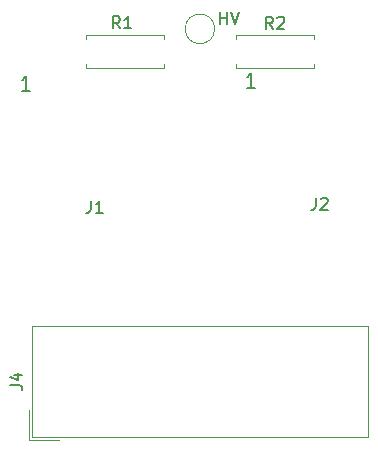
<source format=gbr>
G04 #@! TF.GenerationSoftware,KiCad,Pcbnew,5.0.2-bee76a0~70~ubuntu18.04.1*
G04 #@! TF.CreationDate,2019-11-04T11:53:34-05:00*
G04 #@! TF.ProjectId,socket,736f636b-6574-42e6-9b69-6361645f7063,rev?*
G04 #@! TF.SameCoordinates,Original*
G04 #@! TF.FileFunction,Legend,Top*
G04 #@! TF.FilePolarity,Positive*
%FSLAX46Y46*%
G04 Gerber Fmt 4.6, Leading zero omitted, Abs format (unit mm)*
G04 Created by KiCad (PCBNEW 5.0.2-bee76a0~70~ubuntu18.04.1) date Mon 04 Nov 2019 11:53:34 AM EST*
%MOMM*%
%LPD*%
G01*
G04 APERTURE LIST*
%ADD10C,0.120000*%
%ADD11C,0.150000*%
%ADD12C,0.203200*%
G04 APERTURE END LIST*
D10*
G04 #@! TO.C,R1*
X36100000Y-93880000D02*
X36100000Y-94210000D01*
X42640000Y-93880000D02*
X36100000Y-93880000D01*
X42640000Y-94210000D02*
X42640000Y-93880000D01*
X36100000Y-96620000D02*
X36100000Y-96290000D01*
X42640000Y-96620000D02*
X36100000Y-96620000D01*
X42640000Y-96290000D02*
X42640000Y-96620000D01*
G04 #@! TO.C,R2*
X55340000Y-96620000D02*
X55340000Y-96290000D01*
X48800000Y-96620000D02*
X55340000Y-96620000D01*
X48800000Y-96290000D02*
X48800000Y-96620000D01*
X55340000Y-93880000D02*
X55340000Y-94210000D01*
X48800000Y-93880000D02*
X55340000Y-93880000D01*
X48800000Y-94210000D02*
X48800000Y-93880000D01*
G04 #@! TO.C,J3*
X46971000Y-93345000D02*
G75*
G03X46971000Y-93345000I-1251000J0D01*
G01*
G04 #@! TO.C,J4*
X31230000Y-128115000D02*
X31230000Y-125575000D01*
X31230000Y-128115000D02*
X33770000Y-128115000D01*
X31480000Y-127865000D02*
X31480000Y-118515000D01*
X59960000Y-127865000D02*
X31480000Y-127865000D01*
X59960000Y-118515000D02*
X59960000Y-127865000D01*
X31480000Y-118515000D02*
X59960000Y-118515000D01*
G04 #@! TO.C,J1*
D11*
X36496666Y-107902380D02*
X36496666Y-108616666D01*
X36449047Y-108759523D01*
X36353809Y-108854761D01*
X36210952Y-108902380D01*
X36115714Y-108902380D01*
X37496666Y-108902380D02*
X36925238Y-108902380D01*
X37210952Y-108902380D02*
X37210952Y-107902380D01*
X37115714Y-108045238D01*
X37020476Y-108140476D01*
X36925238Y-108188095D01*
D12*
X31350857Y-98618523D02*
X30625142Y-98618523D01*
X30988000Y-98618523D02*
X30988000Y-97348523D01*
X30867047Y-97529952D01*
X30746095Y-97650904D01*
X30625142Y-97711380D01*
G04 #@! TO.C,J2*
D11*
X55546666Y-107648380D02*
X55546666Y-108362666D01*
X55499047Y-108505523D01*
X55403809Y-108600761D01*
X55260952Y-108648380D01*
X55165714Y-108648380D01*
X55975238Y-107743619D02*
X56022857Y-107696000D01*
X56118095Y-107648380D01*
X56356190Y-107648380D01*
X56451428Y-107696000D01*
X56499047Y-107743619D01*
X56546666Y-107838857D01*
X56546666Y-107934095D01*
X56499047Y-108076952D01*
X55927619Y-108648380D01*
X56546666Y-108648380D01*
D12*
X50400857Y-98364523D02*
X49675142Y-98364523D01*
X50038000Y-98364523D02*
X50038000Y-97094523D01*
X49917047Y-97275952D01*
X49796095Y-97396904D01*
X49675142Y-97457380D01*
G04 #@! TO.C,R1*
D11*
X38949333Y-93289380D02*
X38616000Y-92813190D01*
X38377904Y-93289380D02*
X38377904Y-92289380D01*
X38758857Y-92289380D01*
X38854095Y-92337000D01*
X38901714Y-92384619D01*
X38949333Y-92479857D01*
X38949333Y-92622714D01*
X38901714Y-92717952D01*
X38854095Y-92765571D01*
X38758857Y-92813190D01*
X38377904Y-92813190D01*
X39901714Y-93289380D02*
X39330285Y-93289380D01*
X39616000Y-93289380D02*
X39616000Y-92289380D01*
X39520761Y-92432238D01*
X39425523Y-92527476D01*
X39330285Y-92575095D01*
G04 #@! TO.C,R2*
X51903333Y-93332380D02*
X51570000Y-92856190D01*
X51331904Y-93332380D02*
X51331904Y-92332380D01*
X51712857Y-92332380D01*
X51808095Y-92380000D01*
X51855714Y-92427619D01*
X51903333Y-92522857D01*
X51903333Y-92665714D01*
X51855714Y-92760952D01*
X51808095Y-92808571D01*
X51712857Y-92856190D01*
X51331904Y-92856190D01*
X52284285Y-92427619D02*
X52331904Y-92380000D01*
X52427142Y-92332380D01*
X52665238Y-92332380D01*
X52760476Y-92380000D01*
X52808095Y-92427619D01*
X52855714Y-92522857D01*
X52855714Y-92618095D01*
X52808095Y-92760952D01*
X52236666Y-93332380D01*
X52855714Y-93332380D01*
G04 #@! TO.C,J3*
X47418714Y-92908380D02*
X47418714Y-91908380D01*
X47418714Y-92384571D02*
X47990142Y-92384571D01*
X47990142Y-92908380D02*
X47990142Y-91908380D01*
X48323476Y-91908380D02*
X48656809Y-92908380D01*
X48990142Y-91908380D01*
G04 #@! TO.C,J4*
X29678380Y-123523333D02*
X30392666Y-123523333D01*
X30535523Y-123570952D01*
X30630761Y-123666190D01*
X30678380Y-123809047D01*
X30678380Y-123904285D01*
X30011714Y-122618571D02*
X30678380Y-122618571D01*
X29630761Y-122856666D02*
X30345047Y-123094761D01*
X30345047Y-122475714D01*
G04 #@! TD*
M02*

</source>
